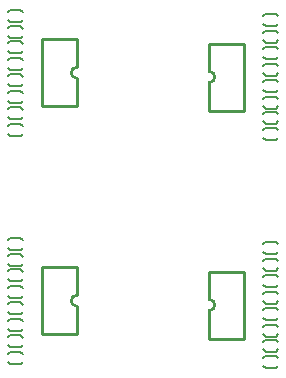
<source format=gbr>
G04 start of page 9 for group -4078 idx -4078 *
G04 Title: (unknown), bottomsilk *
G04 Creator: pcb 1.99z *
G04 CreationDate: Sat 29 Oct 2016 01:04:34 AM GMT UTC *
G04 For: commonadmin *
G04 Format: Gerber/RS-274X *
G04 PCB-Dimensions (mil): 2000.00 2000.00 *
G04 PCB-Coordinate-Origin: lower left *
%MOIN*%
%FSLAX25Y25*%
%LNBOTTOMSILK*%
%ADD63C,0.0100*%
%ADD62C,0.0060*%
G54D62*X49100Y107700D02*X49900Y106900D01*
X45600Y107700D02*X49100D01*
X44900Y107000D02*X45600Y107700D01*
X45700Y103700D02*X45000Y104400D01*
X45700Y103700D02*X49200D01*
X49900Y104400D02*X49200Y103700D01*
X49100Y102200D02*X49900Y101400D01*
X45600Y102200D02*X49100D01*
X44900Y101500D02*X45600Y102200D01*
X45700Y98200D02*X45000Y98900D01*
X45700Y98200D02*X49200D01*
X49900Y98900D02*X49200Y98200D01*
X49100Y97200D02*X49900Y96400D01*
X45600Y97200D02*X49100D01*
X44900Y96500D02*X45600Y97200D01*
X45700Y93200D02*X45000Y93900D01*
X45700Y93200D02*X49200D01*
X49900Y93900D02*X49200Y93200D01*
X49100Y91700D02*X49900Y90900D01*
X45600Y91700D02*X49100D01*
X44900Y91000D02*X45600Y91700D01*
X45700Y87700D02*X45000Y88400D01*
X45700Y87700D02*X49200D01*
X49900Y88400D02*X49200Y87700D01*
X49100Y86200D02*X49900Y85400D01*
X45600Y86200D02*X49100D01*
X44900Y85500D02*X45600Y86200D01*
X45700Y82200D02*X45000Y82900D01*
X45700Y82200D02*X49200D01*
X49900Y82900D02*X49200Y82200D01*
X49100Y80700D02*X49900Y79900D01*
X45600Y80700D02*X49100D01*
X44900Y80000D02*X45600Y80700D01*
X45700Y76700D02*X45000Y77400D01*
X45700Y76700D02*X49200D01*
X49900Y77400D02*X49200Y76700D01*
X49100Y75200D02*X49900Y74400D01*
X45600Y75200D02*X49100D01*
X44900Y74500D02*X45600Y75200D01*
X45700Y71200D02*X45000Y71900D01*
X45700Y71200D02*X49200D01*
X49900Y71900D02*X49200Y71200D01*
X49100Y69700D02*X49900Y68900D01*
X45600Y69700D02*X49100D01*
X44900Y69000D02*X45600Y69700D01*
X45700Y65700D02*X45000Y66400D01*
X45700Y65700D02*X49200D01*
X49900Y66400D02*X49200Y65700D01*
G54D63*X68000Y75600D02*Y84800D01*
Y88600D02*Y97900D01*
X56200D02*X68000D01*
X56200Y75600D02*Y97900D01*
Y75600D02*X68000D01*
Y88600D02*G75*G03X68000Y84800I0J-1900D01*G01*
G54D62*X49100Y156700D02*X49900Y155900D01*
X45600Y156700D02*X49100D01*
X44900Y156000D02*X45600Y156700D01*
X45700Y152700D02*X45000Y153400D01*
X45700Y152700D02*X49200D01*
X49900Y153400D02*X49200Y152700D01*
X49100Y183700D02*X49900Y182900D01*
X45600Y183700D02*X49100D01*
X44900Y183000D02*X45600Y183700D01*
X45700Y179700D02*X45000Y180400D01*
X45700Y179700D02*X49200D01*
X49900Y180400D02*X49200Y179700D01*
X49100Y178200D02*X49900Y177400D01*
X45600Y178200D02*X49100D01*
X44900Y177500D02*X45600Y178200D01*
X45700Y174200D02*X45000Y174900D01*
X45700Y174200D02*X49200D01*
X49900Y174900D02*X49200Y174200D01*
X49100Y173200D02*X49900Y172400D01*
X45600Y173200D02*X49100D01*
X44900Y172500D02*X45600Y173200D01*
X45700Y169200D02*X45000Y169900D01*
X45700Y169200D02*X49200D01*
X49900Y169900D02*X49200Y169200D01*
X49100Y167700D02*X49900Y166900D01*
X45600Y167700D02*X49100D01*
X44900Y167000D02*X45600Y167700D01*
X45700Y163700D02*X45000Y164400D01*
X45700Y163700D02*X49200D01*
X49900Y164400D02*X49200Y163700D01*
X49100Y162200D02*X49900Y161400D01*
X45600Y162200D02*X49100D01*
X44900Y161500D02*X45600Y162200D01*
X45700Y158200D02*X45000Y158900D01*
X45700Y158200D02*X49200D01*
X49900Y158900D02*X49200Y158200D01*
X49100Y151200D02*X49900Y150400D01*
X45600Y151200D02*X49100D01*
X44900Y150500D02*X45600Y151200D01*
X45700Y147200D02*X45000Y147900D01*
X45700Y147200D02*X49200D01*
X49900Y147900D02*X49200Y147200D01*
G54D63*X68000Y151600D02*Y160800D01*
Y164600D02*Y173900D01*
X56200D02*X68000D01*
X56200Y151600D02*Y173900D01*
Y151600D02*X68000D01*
Y164600D02*G75*G03X68000Y160800I0J-1900D01*G01*
G54D62*X49100Y145700D02*X49900Y144900D01*
X45600Y145700D02*X49100D01*
X44900Y145000D02*X45600Y145700D01*
X45700Y141700D02*X45000Y142400D01*
X45700Y141700D02*X49200D01*
X49900Y142400D02*X49200Y141700D01*
X130900Y91269D02*X130100Y92069D01*
X130900Y91269D02*X134400D01*
X135100Y91969D02*X134400Y91269D01*
X134300Y95269D02*X135000Y94569D01*
X130800Y95269D02*X134300D01*
X130100Y94569D02*X130800Y95269D01*
X130900Y96769D02*X130100Y97569D01*
X130900Y96769D02*X134400D01*
X135100Y97469D02*X134400Y96769D01*
X134300Y100769D02*X135000Y100069D01*
X130800Y100769D02*X134300D01*
X130100Y100069D02*X130800Y100769D01*
X130900Y102269D02*X130100Y103069D01*
X130900Y102269D02*X134400D01*
X135100Y102969D02*X134400Y102269D01*
X134300Y106269D02*X135000Y105569D01*
X130800Y106269D02*X134300D01*
X130100Y105569D02*X130800Y106269D01*
X130900Y64269D02*X130100Y65069D01*
X130900Y64269D02*X134400D01*
X135100Y64969D02*X134400Y64269D01*
X134300Y68269D02*X135000Y67569D01*
X130800Y68269D02*X134300D01*
X130100Y67569D02*X130800Y68269D01*
X130900Y69769D02*X130100Y70569D01*
X130900Y69769D02*X134400D01*
X135100Y70469D02*X134400Y69769D01*
X134300Y73769D02*X135000Y73069D01*
X130800Y73769D02*X134300D01*
X130100Y73069D02*X130800Y73769D01*
X130900Y74769D02*X130100Y75569D01*
X130900Y74769D02*X134400D01*
X135100Y75469D02*X134400Y74769D01*
X134300Y78769D02*X135000Y78069D01*
X130800Y78769D02*X134300D01*
X130100Y78069D02*X130800Y78769D01*
X130900Y80269D02*X130100Y81069D01*
X130900Y80269D02*X134400D01*
X135100Y80969D02*X134400Y80269D01*
X134300Y84269D02*X135000Y83569D01*
X130800Y84269D02*X134300D01*
X130100Y83569D02*X130800Y84269D01*
X130900Y85769D02*X130100Y86569D01*
X130900Y85769D02*X134400D01*
X135100Y86469D02*X134400Y85769D01*
X134300Y89769D02*X135000Y89069D01*
X130800Y89769D02*X134300D01*
X130100Y89069D02*X130800Y89769D01*
G54D63*X112000Y96369D02*Y87169D01*
Y83369D02*Y74069D01*
X123800D01*
Y96369D02*Y74069D01*
X112000Y96369D02*X123800D01*
X112000Y83369D02*G75*G03X112000Y87169I0J1900D01*G01*
G54D62*X130900Y167269D02*X130100Y168069D01*
X130900Y167269D02*X134400D01*
X135100Y167969D02*X134400Y167269D01*
X134300Y171269D02*X135000Y170569D01*
X130800Y171269D02*X134300D01*
X130100Y170569D02*X130800Y171269D01*
X130900Y172769D02*X130100Y173569D01*
X130900Y172769D02*X134400D01*
X135100Y173469D02*X134400Y172769D01*
X134300Y176769D02*X135000Y176069D01*
X130800Y176769D02*X134300D01*
X130100Y176069D02*X130800Y176769D01*
X130900Y178269D02*X130100Y179069D01*
X130900Y178269D02*X134400D01*
X135100Y178969D02*X134400Y178269D01*
X134300Y182269D02*X135000Y181569D01*
X130800Y182269D02*X134300D01*
X130100Y181569D02*X130800Y182269D01*
X130900Y161769D02*X130100Y162569D01*
X130900Y161769D02*X134400D01*
X135100Y162469D02*X134400Y161769D01*
X134300Y165769D02*X135000Y165069D01*
X130800Y165769D02*X134300D01*
X130100Y165069D02*X130800Y165769D01*
G54D63*X112000Y172369D02*Y163169D01*
Y159369D02*Y150069D01*
X123800D01*
Y172369D02*Y150069D01*
X112000Y172369D02*X123800D01*
X112000Y159369D02*G75*G03X112000Y163169I0J1900D01*G01*
G54D62*X130900Y140269D02*X130100Y141069D01*
X130900Y140269D02*X134400D01*
X135100Y140969D02*X134400Y140269D01*
X134300Y144269D02*X135000Y143569D01*
X130800Y144269D02*X134300D01*
X130100Y143569D02*X130800Y144269D01*
X130900Y145769D02*X130100Y146569D01*
X130900Y145769D02*X134400D01*
X135100Y146469D02*X134400Y145769D01*
X134300Y149769D02*X135000Y149069D01*
X130800Y149769D02*X134300D01*
X130100Y149069D02*X130800Y149769D01*
X130900Y150769D02*X130100Y151569D01*
X130900Y150769D02*X134400D01*
X135100Y151469D02*X134400Y150769D01*
X134300Y154769D02*X135000Y154069D01*
X130800Y154769D02*X134300D01*
X130100Y154069D02*X130800Y154769D01*
X130900Y156269D02*X130100Y157069D01*
X130900Y156269D02*X134400D01*
X135100Y156969D02*X134400Y156269D01*
X134300Y160269D02*X135000Y159569D01*
X130800Y160269D02*X134300D01*
X130100Y159569D02*X130800Y160269D01*
M02*

</source>
